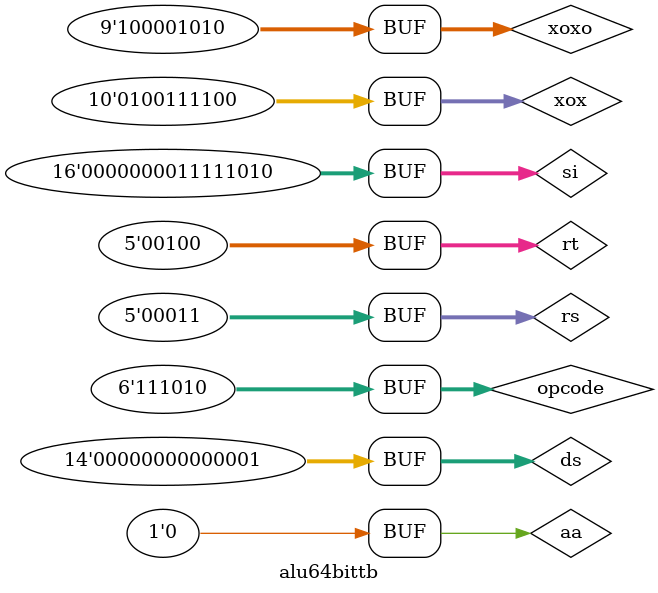
<source format=v>
`timescale 1ns/1ns
/* Module designed to act as the ALU - takes in the opcode, contents of the registers, shiftAmount, ALUResult and AluSrc signals with the signedImm as arguments
*/

module ALU64bit(
    output reg [63:0] ALU_result,
    output reg Branch,
    input [5:0] opcode,
    input [4:0] rs, rt, bo, bi,
    input [15:0] si,
    input [13:0] ds, 
    input [9:0] xox,
    input [8:0] xoxo,
    input aa, 
    input [1:0] xods);

    reg signed [63:0] temp, signed_rt, signed_rs;
    reg [63:0] zeroExtendSI, signExtendSI, zeroExtendDS;

    always @(rs, rt, si, xoxo, xox, xods, bo, bi, aa, ds)
    begin

      signed_rs = rs;
      signed_rt = rt;
      zeroExtendSI = {{48{1'b0}},si[15:0]};
      signExtendSI = {{48{si[15]}},si[15:0]};
      zeroExtendDS = {{50{1'b0}},ds[13:0]};
      Branch = 0;
      if(opcode == 6'd31 & xoxo != 9'd0)    //XO Format
      begin
          
          case(xoxo)

            9'd266: //ADD
                ALU_result = signed_rs + signed_rt;
            9'd40 : //SUBF
                ALU_result = signed_rt - signed_rs;
          endcase
      end  

      else if(opcode == 6'd31 & xox != 10'd0)   //X Format
      begin

        case(xox)

            10'd28: //AND
                ALU_result = rt & rs;
            10'd476: //NAND
                ALU_result = ~(rs & rt);
            10'd444: //OR
                ALU_result = rs | rt;
            10'd316: //XOR
                ALU_result = rs ^ rt;
            10'd986: //EXTSW
                ALU_result = {{32{rt[31]}}, rt[31:0]};
        endcase
      end

      else if(opcode == 6'd19)      //B Format 
      begin
        if(aa == 1) //BEQ
        begin
          ALU_result = signed_rs - signed_rt;
          if(ALU_result == 0)
              Branch = 1'b1;
          else
              Branch = 1'b0;
        end
        else if(aa == 0) //BNE
        begin
            ALU_result = signed_rs - signed_rt;
            if(ALU_result != 0)
            begin
              Branch = 1'b1;
              ALU_result = 1'b0;
              end
            else
              Branch = 1'b0; 
        end
      end

      else if(opcode == 6'd18) //I Format
            Branch = 1'b1;
    
      else if(si != 15'b0)      //D Format
      begin
          case(opcode)

            6'd14: //ADDI
                ALU_result = rt + zeroExtendSI;
            6'd15: //ADDIS
                ALU_result = rt + signExtendSI;
            6'd28: //ANDI
                ALU_result = rt & zeroExtendSI;
            6'd24: //ORI
                ALU_result = rt | zeroExtendSI;
            6'd26: //XORI
                ALU_result = rt ^ zeroExtendSI;
            6'd32: //LW0
                ALU_result = rt + zeroExtendSI;
            6'd36: //SW
                ALU_result = rt + signExtendSI;
            6'd37: //SWU
                ALU_result = rt + signExtendSI;
            6'd40: //LHW
                ALU_result = rt + signExtendSI;
            6'd42: //LHWA
                ALU_result = rt + signExtendSI;
            6'd44: //SHW
                ALU_result = rt + signExtendSI;
            6'd34: //LB0    
                ALU_result = rt + zeroExtendSI;
            6'd38: //SB
                ALU_result = rt + signExtendSI;
          endcase
      end  

      else if(ds != 14'b0)      //DS Format
      begin
        if(opcode == 6'd58)
            ALU_result = rt + zeroExtendDS;
        else if(opcode == 6'd62)
            ALU_result = rt + zeroExtendDS;  
      end
    end

    //Display
    initial 
    begin
        $monitor("Opcode : %6b, RS : %64b, RT : %64b, signExtendSI = %64b, zeroExtendSI = %64b, zeroExtendDS = %64b, Result : %64b\n",
        opcode, rs, rt, signExtendSI, zeroExtendSI, zeroExtendDS, ALU_result);
    end
	
endmodule

module alu64bittb();

    wire [63:0] ALU_result;
    wire branch;
    reg [5:0] opcode;
    reg [4:0] rs, rt, bo, bi;
    reg [15:0] si;
    reg [13:0] ds; 
    reg [9:0] xox;
    reg [8:0] xoxo;
    reg aa;
    reg [1:0] xods;

    ALU64bit testerboi (
        .ALU_result(ALU_result),
        .Branch(branch),
        .opcode(opcode),
        .rs(rs),
        .rt(rt),
        .bo(bo),
        .bi(bi),
        .ds(ds),
        .xox(xox),
        .xoxo(xoxo),
        .aa(aa),
        .xods(xods)
    );

    initial begin
        $dumpfile("ALU64Bittb.vcd"); 
        $dumpvars(0, alu64bittb);
    end

    initial begin
        
        //Add 3 and 5
        opcode = 6'd31;
        xoxo = 9'd266;
        si = 16'd1000;
        rs = 3;
        rt = 5;
        #10

        //Sub 14 from 32
        opcode = 6'd40;
        xoxo = 9'd266;
        rt = 32;
        rs = 14;
        #10

        //AND of 123 and 632
        opcode = 6'd31;
        xox = 9'd28;
        rt = 123;
        rs = 632;
        #10

        //XOR of 513 & 66
        opcode = 6'd31;
        xox = 10'd316;
        rt = 513;
        rs = 66;
        #10
    
        //BNE
        opcode = 6'd19;
        aa = 0;
        xox = 10'd316;
        rt = 4;
        rs = 3;
        #10

        //Store word address generation
        si = 15'b1;
        opcode = 6'd36;
        rt = 8;
        si = 1000;
        #10;

        //Load doubleword
        ds = 14'b1;
        opcode = 6'd58;
        rt = 4;
        si = 250;
        #10;

    end

endmodule
</source>
